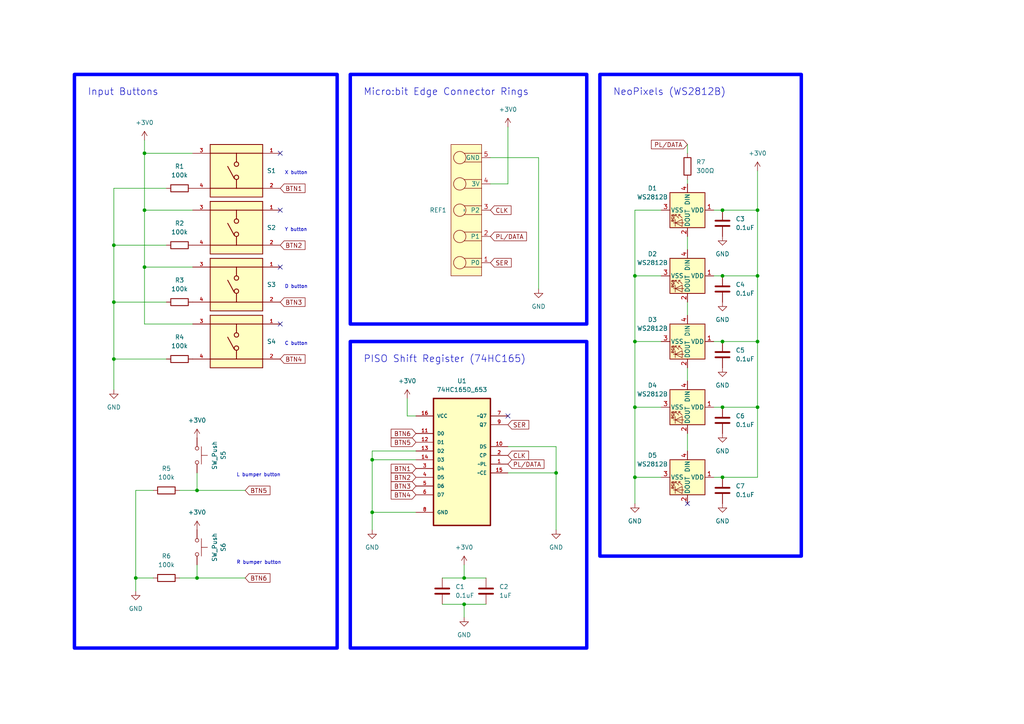
<source format=kicad_sch>
(kicad_sch (version 20231120) (generator "eeschema") (generator_version "8.0")
  (paper "A4")
  (title_block (title "Micro:bit SMT soldering kit (with bumpers)") (date "2024-05-23") (rev "v1.3") (company "Aron Eggens"))
  (lib_symbols
    (symbol "74HC165D_653:74HC165D_653" (pin_names (offset 1.016))
      (property "Reference" "U" (at -12.7 22.86 0))
      (property "Value" "74HC165D_653" (at -11.43 -19.05 0))
      (symbol "74HC165D_653_0_0"
        (rectangle (start -12.7 21.59) (end 3.81 -15.24) (stroke (width 0.4064)) (fill (type background)))
        (pin input line (at 8.89 2.54 180) (length 5.08) (name "~PL") (number "1"))
        (pin input line (at 8.89 7.62 180) (length 5.08) (name "DS") (number "10"))
        (pin input line (at -17.78 11.43 0) (length 5.08) (name "D0") (number "11"))
        (pin input line (at -17.78 8.89 0) (length 5.08) (name "D1") (number "12"))
        (pin input line (at -17.78 6.35 0) (length 5.08) (name "D2") (number "13"))
        (pin input line (at -17.78 3.81 0) (length 5.08) (name "D3") (number "14"))
        (pin input line (at 8.89 0 180) (length 5.08) (name "~CE") (number "15"))
        (pin power_in line (at -17.78 16.51 0) (length 5.08) (name "VCC") (number "16"))
        (pin input line (at 8.89 5.08 180) (length 5.08) (name "CP") (number "2"))
        (pin input line (at -17.78 1.27 0) (length 5.08) (name "D4") (number "3"))
        (pin input line (at -17.78 -1.27 0) (length 5.08) (name "D5") (number "4"))
        (pin input line (at -17.78 -3.81 0) (length 5.08) (name "D6") (number "5"))
        (pin input line (at -17.78 -6.35 0) (length 5.08) (name "D7") (number "6"))
        (pin output line (at 8.89 16.51 180) (length 5.08) (name "~Q7") (number "7"))
        (pin passive line (at -17.78 -11.43 0) (length 5.08) (name "GND") (number "8"))
        (pin output line (at 8.89 13.97 180) (length 5.08) (name "Q7") (number "9"))
      )
    )
    (symbol "Device:C" (pin_numbers hide) (pin_names (offset 0.254))
      (property "Reference" "C" (at 0.635 2.54 0))
      (property "Value" "C" (at 0.635 -2.54 0))
      (symbol "C_0_1"
        (polyline (pts (xy -2.032 -0.762) (xy 2.032 -0.762)) (stroke (width 0.508)))
        (polyline (pts (xy -2.032 0.762) (xy 2.032 0.762)) (stroke (width 0.508)))
      )
      (symbol "C_1_1"
        (pin passive line (at 0 3.81 270) (length 2.794) (name "~") (number "1"))
        (pin passive line (at 0 -3.81 90) (length 2.794) (name "~") (number "2"))
      )
    )
    (symbol "Device:R" (pin_numbers hide) (pin_names (offset 0))
      (property "Reference" "R" (at 2.032 0 90))
      (property "Value" "R" (at 0 0 90))
      (symbol "R_0_1"
        (rectangle (start -1.016 -2.54) (end 1.016 2.54) (stroke (width 0.254)))
      )
      (symbol "R_1_1"
        (pin passive line (at 0 3.81 270) (length 1.27) (name "~") (number "1"))
        (pin passive line (at 0 -3.81 90) (length 1.27) (name "~") (number "2"))
      )
    )
    (symbol "LED:WS2812B" (pin_names (offset 0.254))
      (property "Reference" "D" (at 5.08 5.715 0))
      (property "Value" "WS2812B" (at 1.27 -5.715 0))
      (symbol "WS2812B_0_0"
        (text "RGB" (at 2.286 -4.191 0) (effects (font (size 0.762 0.762))))
      )
      (symbol "WS2812B_0_1"
        (polyline (pts (xy 1.27 -3.556) (xy 1.778 -3.556)))
        (polyline (pts (xy 1.27 -2.54) (xy 1.778 -2.54)))
        (polyline (pts (xy 4.699 -3.556) (xy 2.667 -3.556)))
        (polyline (pts (xy 2.286 -2.54) (xy 1.27 -3.556) (xy 1.27 -3.048)))
        (polyline (pts (xy 2.286 -1.524) (xy 1.27 -2.54) (xy 1.27 -2.032)))
        (polyline (pts (xy 3.683 -1.016) (xy 3.683 -3.556) (xy 3.683 -4.064)))
        (polyline (pts (xy 4.699 -1.524) (xy 2.667 -1.524) (xy 3.683 -3.556) (xy 4.699 -1.524)))
        (rectangle (start 5.08 5.08) (end -5.08 -5.08) (stroke (width 0.254)) (fill (type background)))
      )
      (symbol "WS2812B_1_1"
        (pin power_in line (at 0 7.62 270) (length 2.54) (name "VDD") (number "1"))
        (pin output line (at 7.62 0 180) (length 2.54) (name "DOUT") (number "2"))
        (pin power_in line (at 0 -7.62 90) (length 2.54) (name "VSS") (number "3"))
        (pin input line (at -7.62 0 0) (length 2.54) (name "DIN") (number "4"))
      )
    )
    (symbol "Microbit_accessory:expansion_connector"
      (property "Reference" "REF**" (at -22.86 5.08 0))
      (symbol "expansion_connector_0_1"
        (circle (center -15.24 2.54) (radius 1.7961))
        (circle (center -7.62 2.54) (radius 1.7961))
        (polyline (pts (xy -16.51 -3.81) (xy -16.51 1.27)))
        (polyline (pts (xy -13.97 1.27) (xy -13.97 -3.81)))
        (polyline (pts (xy -8.89 -3.81) (xy -8.89 1.27)))
        (polyline (pts (xy -6.35 1.27) (xy -6.35 -3.81)))
        (polyline (pts (xy -1.27 -3.81) (xy -1.27 1.27)))
        (polyline (pts (xy 1.27 1.27) (xy 1.27 -3.81)))
        (polyline (pts (xy 6.35 1.27) (xy 6.35 -3.81)))
        (polyline (pts (xy 8.89 -3.81) (xy 8.89 1.27)))
        (polyline (pts (xy 13.97 1.27) (xy 13.97 -3.81)))
        (polyline (pts (xy 16.51 1.27) (xy 16.51 -3.81)))
        (circle (center 0 2.54) (radius 1.7961))
        (circle (center 7.62 2.54) (radius 1.7961))
        (circle (center 15.24 2.54) (radius 1.7961))
      )
      (symbol "expansion_connector_1_1"
        (rectangle (start -19.05 5.08) (end 19.05 -3.81) (fill (type background)))
        (pin bidirectional line (at -15.24 -6.35 90) (length 2.54) (name "P0") (number "1"))
        (pin bidirectional line (at -7.62 -6.35 90) (length 2.54) (name "P1") (number "2"))
        (pin bidirectional line (at 0 -6.35 90) (length 2.54) (name "P2") (number "3"))
        (pin power_out line (at 7.62 -6.35 90) (length 2.54) (name "3V") (number "4"))
        (pin power_out line (at 15.24 -6.35 90) (length 2.54) (name "GND") (number "5"))
      )
    )
    (symbol "Switch:SW_Push" (pin_numbers hide) (pin_names (offset 1.016) hide)
      (property "Reference" "SW" (at 1.27 2.54 0))
      (property "Value" "SW_Push" (at 0 -1.524 0))
      (symbol "SW_Push_0_1"
        (circle (center -2.032 0) (radius 0.508))
        (polyline (pts (xy 0 1.27) (xy 0 3.048)))
        (polyline (pts (xy 2.54 1.27) (xy -2.54 1.27)))
        (circle (center 2.032 0) (radius 0.508))
        (pin passive line (at -5.08 0 0) (length 2.54) (name "1") (number "1"))
        (pin passive line (at 5.08 0 180) (length 2.54) (name "2") (number "2"))
      )
    )
    (symbol "TS04-66-95-BK-100-SMT:TS04-66-95-BK-100-SMT" (pin_names (offset 1.016))
      (property "Reference" "S" (at -7.62 8.382 0))
      (property "Value" "TS04-66-95-BK-100-SMT" (at -7.62 -8.382 0))
      (symbol "TS04-66-95-BK-100-SMT_0_0"
        (rectangle (start -7.62 -7.62) (end 7.62 7.62) (stroke (width 0.254)) (fill (type background)))
        (circle (center 0 -1.905) (radius 0.635) (stroke (width 0.254)))
        (polyline (pts (xy 0 -5.08) (xy -7.62 -5.08)) (stroke (width 0.254)))
        (polyline (pts (xy 0 -5.08) (xy 7.62 -5.08)) (stroke (width 0.254)))
        (polyline (pts (xy 0 -2.54) (xy 0 -5.08)) (stroke (width 0.254)))
        (polyline (pts (xy 0 5.08) (xy -7.62 5.08)) (stroke (width 0.254)))
        (polyline (pts (xy 0 5.08) (xy 0 2.54)) (stroke (width 0.254)))
        (polyline (pts (xy 0 5.08) (xy 7.62 5.08)) (stroke (width 0.254)))
        (polyline (pts (xy 0.635 -2.2225) (xy 2.54 1.27)) (stroke (width 0.254)))
        (circle (center 0 1.905) (radius 0.635) (stroke (width 0.254)))
        (pin passive line (at -12.7 5.08 0) (length 5.08) (name "~") (number "1"))
        (pin passive line (at -12.7 -5.08 0) (length 5.08) (name "~") (number "2"))
        (pin passive line (at 12.7 5.08 180) (length 5.08) (name "~") (number "3"))
        (pin passive line (at 12.7 -5.08 180) (length 5.08) (name "~") (number "4"))
      )
    )
    (symbol "power:+3V0" (power) (pin_names (offset 0))
      (property "Value" "+3V0" (at 0 3.556 0))
      (symbol "+3V0_0_1"
        (polyline (pts (xy -0.762 1.27) (xy 0 2.54)))
        (polyline (pts (xy 0 0) (xy 0 2.54)))
        (polyline (pts (xy 0 2.54) (xy 0.762 1.27)))
      )
      (symbol "+3V0_1_1"
        (pin power_in line (at 0 0 90) (length 0) hide (name "+3V0") (number "1"))
      )
    )
    (symbol "power:GND" (power) (pin_names (offset 0))
      (property "Value" "GND" (at 0 -3.81 0))
      (symbol "GND_0_1"
        (polyline (pts (xy 0 0) (xy 0 -1.27) (xy 1.27 -1.27) (xy 0 -2.54) (xy -1.27 -1.27) (xy 0 -1.27)))
      )
      (symbol "GND_1_1"
        (pin power_in line (at 0 0 270) (length 0) hide (name "GND") (number "1"))
      )
    )
  )
  (junction (at 39.37 167.64))
  (junction (at 184.15 99.06))
  (junction (at 209.55 80.01))
  (junction (at 209.55 99.06))
  (junction (at 219.71 80.01))
  (junction (at 57.15 167.64))
  (junction (at 107.95 133.35))
  (junction (at 33.02 104.14))
  (junction (at 184.15 138.43))
  (junction (at 209.55 138.43))
  (junction (at 107.95 148.59))
  (junction (at 41.91 44.45))
  (junction (at 41.91 60.96))
  (junction (at 161.29 137.16))
  (junction (at 184.15 118.11))
  (junction (at 33.02 87.63))
  (junction (at 134.62 167.64))
  (junction (at 219.71 99.06))
  (junction (at 184.15 80.01))
  (junction (at 41.91 77.47))
  (junction (at 219.71 60.96))
  (junction (at 33.02 71.12))
  (junction (at 134.62 175.26))
  (junction (at 219.71 118.11))
  (junction (at 209.55 118.11))
  (junction (at 57.15 142.24))
  (junction (at 209.55 60.96))
  (no_connect (at 81.28 60.96))
  (no_connect (at 81.28 77.47))
  (no_connect (at 199.39 146.05))
  (no_connect (at 81.28 44.45))
  (no_connect (at 147.32 120.65))
  (no_connect (at 81.28 93.98))
  (wire (pts (xy 207.01 118.11) (xy 209.55 118.11)))
  (wire (pts (xy 134.62 163.83) (xy 134.62 167.64)))
  (wire (pts (xy 209.55 118.11) (xy 219.71 118.11)))
  (wire (pts (xy 184.15 80.01) (xy 184.15 99.06)))
  (wire (pts (xy 134.62 175.26) (xy 140.97 175.26)))
  (wire (pts (xy 209.55 99.06) (xy 219.71 99.06)))
  (wire (pts (xy 219.71 60.96) (xy 219.71 80.01)))
  (wire (pts (xy 33.02 71.12) (xy 33.02 87.63)))
  (wire (pts (xy 156.21 45.72) (xy 156.21 83.82)))
  (wire (pts (xy 184.15 118.11) (xy 191.77 118.11)))
  (wire (pts (xy 184.15 60.96) (xy 184.15 80.01)))
  (wire (pts (xy 207.01 99.06) (xy 209.55 99.06)))
  (wire (pts (xy 147.32 53.34) (xy 147.32 36.83)))
  (wire (pts (xy 184.15 99.06) (xy 191.77 99.06)))
  (wire (pts (xy 199.39 68.58) (xy 199.39 72.39)))
  (wire (pts (xy 33.02 104.14) (xy 33.02 113.03)))
  (wire (pts (xy 184.15 138.43) (xy 184.15 146.05)))
  (wire (pts (xy 55.88 60.96) (xy 41.91 60.96)))
  (wire (pts (xy 57.15 163.83) (xy 57.15 167.64)))
  (wire (pts (xy 107.95 133.35) (xy 120.65 133.35)))
  (wire (pts (xy 147.32 137.16) (xy 161.29 137.16)))
  (wire (pts (xy 209.55 80.01) (xy 219.71 80.01)))
  (wire (pts (xy 134.62 167.64) (xy 128.27 167.64)))
  (wire (pts (xy 41.91 60.96) (xy 41.91 77.47)))
  (wire (pts (xy 142.24 45.72) (xy 156.21 45.72)))
  (wire (pts (xy 39.37 167.64) (xy 39.37 171.45)))
  (wire (pts (xy 142.24 53.34) (xy 147.32 53.34)))
  (wire (pts (xy 52.07 142.24) (xy 57.15 142.24)))
  (wire (pts (xy 41.91 44.45) (xy 41.91 60.96)))
  (wire (pts (xy 199.39 52.07) (xy 199.39 53.34)))
  (wire (pts (xy 57.15 167.64) (xy 71.12 167.64)))
  (wire (pts (xy 199.39 41.91) (xy 199.39 44.45)))
  (wire (pts (xy 161.29 129.54) (xy 161.29 137.16)))
  (wire (pts (xy 199.39 87.63) (xy 199.39 91.44)))
  (wire (pts (xy 44.45 167.64) (xy 39.37 167.64)))
  (wire (pts (xy 41.91 77.47) (xy 41.91 93.98)))
  (wire (pts (xy 120.65 120.65) (xy 118.11 120.65)))
  (wire (pts (xy 55.88 77.47) (xy 41.91 77.47)))
  (wire (pts (xy 209.55 60.96) (xy 219.71 60.96)))
  (wire (pts (xy 199.39 125.73) (xy 199.39 130.81)))
  (wire (pts (xy 134.62 175.26) (xy 134.62 179.07)))
  (wire (pts (xy 184.15 60.96) (xy 191.77 60.96)))
  (wire (pts (xy 55.88 93.98) (xy 41.91 93.98)))
  (wire (pts (xy 147.32 129.54) (xy 161.29 129.54)))
  (wire (pts (xy 118.11 120.65) (xy 118.11 115.57)))
  (wire (pts (xy 57.15 137.16) (xy 57.15 142.24)))
  (wire (pts (xy 44.45 142.24) (xy 39.37 142.24)))
  (wire (pts (xy 48.26 54.61) (xy 33.02 54.61)))
  (wire (pts (xy 161.29 137.16) (xy 161.29 153.67)))
  (wire (pts (xy 219.71 49.53) (xy 219.71 60.96)))
  (wire (pts (xy 209.55 138.43) (xy 219.71 138.43)))
  (wire (pts (xy 128.27 175.26) (xy 134.62 175.26)))
  (wire (pts (xy 207.01 138.43) (xy 209.55 138.43)))
  (wire (pts (xy 48.26 87.63) (xy 33.02 87.63)))
  (wire (pts (xy 41.91 40.64) (xy 41.91 44.45)))
  (wire (pts (xy 107.95 133.35) (xy 107.95 148.59)))
  (wire (pts (xy 33.02 54.61) (xy 33.02 71.12)))
  (wire (pts (xy 207.01 60.96) (xy 209.55 60.96)))
  (wire (pts (xy 134.62 167.64) (xy 140.97 167.64)))
  (wire (pts (xy 184.15 118.11) (xy 184.15 138.43)))
  (wire (pts (xy 120.65 148.59) (xy 107.95 148.59)))
  (wire (pts (xy 48.26 71.12) (xy 33.02 71.12)))
  (wire (pts (xy 199.39 106.68) (xy 199.39 110.49)))
  (wire (pts (xy 55.88 44.45) (xy 41.91 44.45)))
  (wire (pts (xy 33.02 87.63) (xy 33.02 104.14)))
  (wire (pts (xy 107.95 130.81) (xy 120.65 130.81)))
  (wire (pts (xy 48.26 104.14) (xy 33.02 104.14)))
  (wire (pts (xy 107.95 130.81) (xy 107.95 133.35)))
  (wire (pts (xy 184.15 99.06) (xy 184.15 118.11)))
  (wire (pts (xy 184.15 80.01) (xy 191.77 80.01)))
  (wire (pts (xy 57.15 142.24) (xy 71.12 142.24)))
  (wire (pts (xy 107.95 148.59) (xy 107.95 153.67)))
  (wire (pts (xy 52.07 167.64) (xy 57.15 167.64)))
  (wire (pts (xy 219.71 99.06) (xy 219.71 118.11)))
  (wire (pts (xy 207.01 80.01) (xy 209.55 80.01)))
  (wire (pts (xy 219.71 80.01) (xy 219.71 99.06)))
  (wire (pts (xy 219.71 118.11) (xy 219.71 138.43)))
  (wire (pts (xy 184.15 138.43) (xy 191.77 138.43)))
  (wire (pts (xy 39.37 142.24) (xy 39.37 167.64)))
  (rectangle (start 173.99 21.59) (end 232.41 161.29) (stroke (width 1) (color 0 0 255 0.15)))
  (rectangle (start 21.59 21.59) (end 97.79 187.96) (stroke (width 1) (color 0 0 255 0.15)))
  (rectangle (start 101.6 99.06) (end 170.18 187.96) (stroke (width 1) (color 0 0 255 0.15)))
  (rectangle (start 101.6 21.59) (end 170.18 93.98) (stroke (width 1) (color 0 0 255 0.15)))
  (text "D button" (at 82.55 83.82 0) (effects (font (size 1 1)) (justify left bottom)))
  (text "NeoPixels (WS2812B)\n" (at 177.8 27.94 0) (effects (font (size 2 2)) (justify left bottom)))
  (text "C button" (at 82.55 100.33 0) (effects (font (size 1 1)) (justify left bottom)))
  (text "Input Buttons" (at 25.4 27.94 0) (effects (font (size 2 2)) (justify left bottom)))
  (text "Y button" (at 82.55 67.31 0) (effects (font (size 1 1)) (justify left bottom)))
  (text "L bumper button" (at 68.58 138.43 0) (effects (font (size 1 1)) (justify left bottom)))
  (text "X button" (at 82.55 50.8 0) (effects (font (size 1 1)) (justify left bottom)))
  (text "R bumper button" (at 68.58 163.83 0) (effects (font (size 1 1)) (justify left bottom)))
  (text "Micro:bit Edge Connector Rings\n" (at 105.41 27.94 0) (effects (font (size 2 2)) (justify left bottom)))
  (text "PISO Shift Register (74HC165)" (at 105.41 105.41 0) (effects (font (size 2 2)) (justify left bottom)))
  (global_label "BTN6" (shape input) (at 71.12 167.64 0) (property "Intersheetrefs" "${INTERSHEET_REFS}" (effects (hide yes))))
  (global_label "SER" (shape input) (at 147.32 123.19 0) (property "Intersheetrefs" "${INTERSHEET_REFS}" (effects (hide yes))))
  (global_label "BTN3" (shape input) (at 120.65 140.97 180) (property "Intersheetrefs" "${INTERSHEET_REFS}" (effects (hide yes))))
  (global_label "CLK" (shape input) (at 147.32 132.08 0) (property "Intersheetrefs" "${INTERSHEET_REFS}" (effects (hide yes))))
  (global_label "BTN1" (shape input) (at 120.65 135.89 180) (property "Intersheetrefs" "${INTERSHEET_REFS}" (effects (hide yes))))
  (global_label "BTN4" (shape input) (at 120.65 143.51 180) (property "Intersheetrefs" "${INTERSHEET_REFS}" (effects (hide yes))))
  (global_label "BTN2" (shape input) (at 120.65 138.43 180) (property "Intersheetrefs" "${INTERSHEET_REFS}" (effects (hide yes))))
  (global_label "PL{slash}DATA" (shape input) (at 199.39 41.91 180) (property "Intersheetrefs" "${INTERSHEET_REFS}" (effects (hide yes))))
  (global_label "SER" (shape input) (at 142.24 76.2 0) (property "Intersheetrefs" "${INTERSHEET_REFS}" (effects (hide yes))))
  (global_label "BTN1" (shape input) (at 81.28 54.61 0) (property "Intersheetrefs" "${INTERSHEET_REFS}" (effects (hide yes))))
  (global_label "PL{slash}DATA" (shape input) (at 147.32 134.62 0) (property "Intersheetrefs" "${INTERSHEET_REFS}" (effects (hide yes))))
  (global_label "BTN3" (shape input) (at 81.28 87.63 0) (property "Intersheetrefs" "${INTERSHEET_REFS}" (effects (hide yes))))
  (global_label "PL{slash}DATA" (shape input) (at 142.24 68.58 0) (property "Intersheetrefs" "${INTERSHEET_REFS}" (effects (hide yes))))
  (global_label "CLK" (shape input) (at 142.24 60.96 0) (property "Intersheetrefs" "${INTERSHEET_REFS}" (effects (hide yes))))
  (global_label "BTN2" (shape input) (at 81.28 71.12 0) (property "Intersheetrefs" "${INTERSHEET_REFS}" (effects (hide yes))))
  (global_label "BTN5" (shape input) (at 120.65 128.27 180) (property "Intersheetrefs" "${INTERSHEET_REFS}" (effects (hide yes))))
  (global_label "BTN4" (shape input) (at 81.28 104.14 0) (property "Intersheetrefs" "${INTERSHEET_REFS}" (effects (hide yes))))
  (global_label "BTN5" (shape input) (at 71.12 142.24 0) (property "Intersheetrefs" "${INTERSHEET_REFS}" (effects (hide yes))))
  (global_label "BTN6" (shape input) (at 120.65 125.73 180) (property "Intersheetrefs" "${INTERSHEET_REFS}" (effects (hide yes))))
  (symbol (lib_id "power:+3V0") (at 134.62 163.83 0) (unit 1)
    (property "Reference" "#PWR06" (effects (hide yes)))
    (property "Value" "+3V0" (at 134.62 158.75 0))
  )
  (symbol (lib_id "power:GND") (at 184.15 146.05 0) (unit 1)
    (property "Reference" "#PWR015" (effects (hide yes)))
    (property "Value" "GND" (at 184.15 151.13 0))
  )
  (symbol (lib_id "Device:R") (at 52.07 71.12 270) (mirror x) (unit 1)
    (property "Reference" "R2" (at 52.07 64.77 90))
    (property "Value" "100k" (at 52.07 67.31 90))
    (property "Footprint" "Resistor_SMD:R_1206_3216Metric_Pad1.30x1.75mm_HandSolder" (effects (hide yes)))
  )
  (symbol (lib_id "power:GND") (at 33.02 113.03 0) (mirror y) (unit 1)
    (property "Reference" "#PWR02" (effects (hide yes)))
    (property "Value" "GND" (at 33.02 118.11 0))
  )
  (symbol (lib_id "TS04-66-95-BK-100-SMT:TS04-66-95-BK-100-SMT") (at 68.58 66.04 0) (mirror y) (unit 1)
    (property "Reference" "S2" (at 78.74 66.04 0))
    (property "Value" "TS04-66-95-BK-100-SMT" (effects (hide yes)))
    (property "Footprint" "TS-1002S:SW_TS04-66-95-BK-100-SMT" (effects (hide yes)))
    (property "Description" "6 x 6 mm, 9.5 mm Actuator Height, 100 gf, Black, Surface Mount, SPST, Tactile Switch" (effects (hide yes)))
    (property "MF" "CUI Devices" (effects (hide yes)))
    (property "Package" "None" (effects (hide yes)))
    (property "Price" "None" (effects (hide yes)))
    (property "Check_prices" "https://www.snapeda.com/parts/TS04-66-95-BK-100-SMT/CUI+Devices/view-part/?ref=eda" (effects (hide yes)))
    (property "STANDARD" "Manufacturer Recommendations" (effects (hide yes)))
    (property "PARTREV" "1.0" (effects (hide yes)))
    (property "SnapEDA_Link" "https://www.snapeda.com/parts/TS04-66-95-BK-100-SMT/CUI+Devices/view-part/?ref=snap" (effects (hide yes)))
    (property "MP" "TS04-66-95-BK-100-SMT" (effects (hide yes)))
    (property "CUI_purchase_URL" "https://www.cuidevices.com/product/switches/tactile-switches/ts04-66-95-bk-100-smt?utm_source=snapeda.com&utm_medium=referral&utm_campaign=snapedaBOM" (effects (hide yes)))
    (property "Availability" "In Stock" (effects (hide yes)))
    (property "MANUFACTURER" "CUI Devices" (effects (hide yes)))
  )
  (symbol (lib_id "power:GND") (at 209.55 68.58 0) (unit 1)
    (property "Reference" "#PWR08" (effects (hide yes)))
    (property "Value" "GND" (at 209.55 73.66 0))
  )
  (symbol (lib_id "Switch:SW_Push") (at 57.15 132.08 270) (unit 1)
    (property "Reference" "S5" (at 64.77 132.08 0))
    (property "Value" "SW_Push" (at 62.23 132.08 0))
    (property "Footprint" "TS-1037:TS-1037_right_angle" (effects (hide yes)))
  )
  (symbol (lib_id "Device:C") (at 209.55 64.77 0) (unit 1)
    (property "Reference" "C3" (at 213.36 63.5 0) (effects (justify left)))
    (property "Value" "0.1uF" (at 213.36 66.04 0) (effects (justify left)))
    (property "Footprint" "Capacitor_SMD:C_1206_3216Metric_Pad1.33x1.80mm_HandSolder" (effects (hide yes)))
  )
  (symbol (lib_id "power:+3V0") (at 118.11 115.57 0) (unit 1)
    (property "Reference" "#PWR03" (effects (hide yes)))
    (property "Value" "+3V0" (at 118.11 110.49 0))
  )
  (symbol (lib_id "Switch:SW_Push") (at 57.15 158.75 270) (unit 1)
    (property "Reference" "S6" (at 64.77 158.75 0))
    (property "Value" "SW_Push" (at 62.23 158.75 0))
    (property "Footprint" "TS-1037:TS-1037_right_angle" (effects (hide yes)))
  )
  (symbol (lib_id "74HC165D_653:74HC165D_653") (at 138.43 137.16 0) (unit 1)
    (property "Reference" "U1" (at 133.985 110.49 0))
    (property "Value" "74HC165D_653" (at 133.985 113.03 0))
    (property "Footprint" "74HC165:SOIC127P600X175-16N" (effects (hide yes)))
    (property "Description" "\nShift Shift Register 1 Element 8 Bit 16-SO\n" (effects (hide yes)))
    (property "MF" "Nexperia USA" (effects (hide yes)))
    (property "PACKAGE" "SOIC-16" (effects (hide yes)))
    (property "MPN" "74HC165D,653" (effects (hide yes)))
    (property "Package" "SO-16 Nexperia USA Inc." (effects (hide yes)))
    (property "OC_FARNELL" "1826838" (effects (hide yes)))
    (property "SnapEDA_Link" "https://www.snapeda.com/parts/74HC165D,653/Nexperia/view-part/?ref=snap" (effects (hide yes)))
    (property "MP" "74HC165D,653" (effects (hide yes)))
    (property "Purchase-URL" "https://www.snapeda.com/api/url_track_click_mouser/?unipart_id=32545&manufacturer=Nexperia USA&part_name=74HC165D,653&search_term=74hc165" (effects (hide yes)))
    (property "SUPPLIER" "NXP Semiconductors" (effects (hide yes)))
    (property "OC_NEWARK" "78R6257" (effects (hide yes)))
    (property "RS_Components_1707987_Purchase_URL" "https://www.snapeda.com/api/url_track_click/https%253A//uk.rs-online.com/web/p/counter-ics/1707987//%253Futm_campaign%253Dbuynow%2526utm_medium%253Daggregator%2526utm_source%253Dsnapeda%2526cm_mmc%253Daff-_-uk-_-snapeda-_-1707987/?unipart_id=32545&manufacturer=Nexperia USA&part_name=74HC165D,653&search_term=74hc165" (effects (hide yes)))
    (property "Check_prices" "https://www.snapeda.com/parts/74HC165D,653/Nexperia/view-part/?ref=eda" (effects (hide yes)))
  )
  (symbol (lib_id "Device:C") (at 140.97 171.45 180) (unit 1)
    (property "Reference" "C2" (at 144.78 170.18 0) (effects (justify right)))
    (property "Value" "1uF" (at 144.78 172.72 0) (effects (justify right)))
    (property "Footprint" "Capacitor_SMD:C_1206_3216Metric_Pad1.33x1.80mm_HandSolder" (effects (hide yes)))
  )
  (symbol (lib_id "power:+3V0") (at 57.15 127 0) (unit 1)
    (property "Reference" "#PWR017" (effects (hide yes)))
    (property "Value" "+3V0" (at 57.15 121.92 0))
  )
  (symbol (lib_id "power:GND") (at 39.37 171.45 0) (unit 1)
    (property "Reference" "#PWR019" (effects (hide yes)))
    (property "Value" "GND" (at 39.37 176.53 0))
  )
  (symbol (lib_id "Microbit_accessory:expansion_connector") (at 135.89 60.96 90) (unit 1)
    (property "Reference" "REF1" (at 129.54 60.96 90) (effects (justify left)))
    (property "Value" "~" (at 134.62 60.96 0))
    (property "Footprint" "Connector_Microbit_Edge:Edge_Connector_Rings" (effects (hide yes)))
  )
  (symbol (lib_id "LED:WS2812B") (at 199.39 99.06 270) (unit 1)
    (property "Reference" "D3" (at 189.23 92.71 90))
    (property "Value" "WS2812B" (at 189.23 95.25 90))
    (property "Footprint" "LED_SMD:LED_WS2812B_PLCC4_5.0x5.0mm_P3.2mm" (effects (hide yes)))
    (property "Datasheet" "https://cdn-shop.adafruit.com/datasheets/WS2812B.pdf" (effects (hide yes)))
  )
  (symbol (lib_id "TS04-66-95-BK-100-SMT:TS04-66-95-BK-100-SMT") (at 68.58 49.53 0) (mirror y) (unit 1)
    (property "Reference" "S1" (at 78.74 49.53 0))
    (property "Value" "TS04-66-95-BK-100-SMT" (effects (hide yes)))
    (property "Footprint" "TS-1002S:SW_TS04-66-95-BK-100-SMT" (effects (hide yes)))
    (property "Description" "6 x 6 mm, 9.5 mm Actuator Height, 100 gf, Black, Surface Mount, SPST, Tactile Switch" (effects (hide yes)))
    (property "MF" "CUI Devices" (effects (hide yes)))
    (property "Package" "None" (effects (hide yes)))
    (property "Price" "None" (effects (hide yes)))
    (property "Check_prices" "https://www.snapeda.com/parts/TS04-66-95-BK-100-SMT/CUI+Devices/view-part/?ref=eda" (effects (hide yes)))
    (property "STANDARD" "Manufacturer Recommendations" (effects (hide yes)))
    (property "PARTREV" "1.0" (effects (hide yes)))
    (property "SnapEDA_Link" "https://www.snapeda.com/parts/TS04-66-95-BK-100-SMT/CUI+Devices/view-part/?ref=snap" (effects (hide yes)))
    (property "MP" "TS04-66-95-BK-100-SMT" (effects (hide yes)))
    (property "CUI_purchase_URL" "https://www.cuidevices.com/product/switches/tactile-switches/ts04-66-95-bk-100-smt?utm_source=snapeda.com&utm_medium=referral&utm_campaign=snapedaBOM" (effects (hide yes)))
    (property "Availability" "In Stock" (effects (hide yes)))
    (property "MANUFACTURER" "CUI Devices" (effects (hide yes)))
  )
  (symbol (lib_id "power:GND") (at 209.55 106.68 0) (unit 1)
    (property "Reference" "#PWR013" (effects (hide yes)))
    (property "Value" "GND" (at 209.55 111.76 0))
  )
  (symbol (lib_id "Device:C") (at 209.55 102.87 0) (unit 1)
    (property "Reference" "C5" (at 213.36 101.6 0) (effects (justify left)))
    (property "Value" "0.1uF" (at 213.36 104.14 0) (effects (justify left)))
    (property "Footprint" "Capacitor_SMD:C_1206_3216Metric_Pad1.33x1.80mm_HandSolder" (effects (hide yes)))
  )
  (symbol (lib_id "Device:C") (at 209.55 142.24 0) (unit 1)
    (property "Reference" "C7" (at 213.36 140.97 0) (effects (justify left)))
    (property "Value" "0.1uF" (at 213.36 143.51 0) (effects (justify left)))
    (property "Footprint" "Capacitor_SMD:C_1206_3216Metric_Pad1.33x1.80mm_HandSolder" (effects (hide yes)))
  )
  (symbol (lib_id "power:GND") (at 209.55 87.63 0) (unit 1)
    (property "Reference" "#PWR012" (effects (hide yes)))
    (property "Value" "GND" (at 209.55 92.71 0))
  )
  (symbol (lib_id "Device:R") (at 52.07 104.14 270) (mirror x) (unit 1)
    (property "Reference" "R4" (at 52.07 97.79 90))
    (property "Value" "100k" (at 52.07 100.33 90))
    (property "Footprint" "Resistor_SMD:R_1206_3216Metric_Pad1.30x1.75mm_HandSolder" (effects (hide yes)))
  )
  (symbol (lib_id "Device:R") (at 199.39 48.26 0) (unit 1)
    (property "Reference" "R7" (at 201.93 46.99 0) (effects (justify left)))
    (property "Value" "300Ω" (at 201.93 49.53 0) (effects (justify left)))
    (property "Footprint" "Resistor_SMD:R_1206_3216Metric_Pad1.30x1.75mm_HandSolder" (effects (hide yes)))
  )
  (symbol (lib_id "Device:R") (at 48.26 142.24 90) (mirror x) (unit 1)
    (property "Reference" "R5" (at 48.26 135.89 90))
    (property "Value" "100k" (at 48.26 138.43 90))
    (property "Footprint" "Resistor_SMD:R_1206_3216Metric_Pad1.30x1.75mm_HandSolder" (effects (hide yes)))
  )
  (symbol (lib_id "TS04-66-95-BK-100-SMT:TS04-66-95-BK-100-SMT") (at 68.58 99.06 0) (mirror y) (unit 1)
    (property "Reference" "S4" (at 78.74 99.06 0))
    (property "Value" "TS04-66-95-BK-100-SMT" (effects (hide yes)))
    (property "Footprint" "TS-1002S:SW_TS04-66-95-BK-100-SMT" (effects (hide yes)))
    (property "Description" "6 x 6 mm, 9.5 mm Actuator Height, 100 gf, Black, Surface Mount, SPST, Tactile Switch" (effects (hide yes)))
    (property "MF" "CUI Devices" (effects (hide yes)))
    (property "Package" "None" (effects (hide yes)))
    (property "Price" "None" (effects (hide yes)))
    (property "Check_prices" "https://www.snapeda.com/parts/TS04-66-95-BK-100-SMT/CUI+Devices/view-part/?ref=eda" (effects (hide yes)))
    (property "STANDARD" "Manufacturer Recommendations" (effects (hide yes)))
    (property "PARTREV" "1.0" (effects (hide yes)))
    (property "SnapEDA_Link" "https://www.snapeda.com/parts/TS04-66-95-BK-100-SMT/CUI+Devices/view-part/?ref=snap" (effects (hide yes)))
    (property "MP" "TS04-66-95-BK-100-SMT" (effects (hide yes)))
    (property "CUI_purchase_URL" "https://www.cuidevices.com/product/switches/tactile-switches/ts04-66-95-bk-100-smt?utm_source=snapeda.com&utm_medium=referral&utm_campaign=snapedaBOM" (effects (hide yes)))
    (property "Availability" "In Stock" (effects (hide yes)))
    (property "MANUFACTURER" "CUI Devices" (effects (hide yes)))
  )
  (symbol (lib_id "power:+3V0") (at 41.91 40.64 0) (mirror y) (unit 1)
    (property "Reference" "#PWR01" (effects (hide yes)))
    (property "Value" "+3V0" (at 41.91 35.56 0))
  )
  (symbol (lib_id "power:GND") (at 156.21 83.82 0) (unit 1)
    (property "Reference" "#PWR011" (effects (hide yes)))
    (property "Value" "GND" (at 156.21 88.9 0))
  )
  (symbol (lib_id "Device:C") (at 209.55 121.92 0) (unit 1)
    (property "Reference" "C6" (at 213.36 120.65 0) (effects (justify left)))
    (property "Value" "0.1uF" (at 213.36 123.19 0) (effects (justify left)))
    (property "Footprint" "Capacitor_SMD:C_1206_3216Metric_Pad1.33x1.80mm_HandSolder" (effects (hide yes)))
  )
  (symbol (lib_id "power:GND") (at 107.95 153.67 0) (unit 1)
    (property "Reference" "#PWR04" (effects (hide yes)))
    (property "Value" "GND" (at 107.95 158.75 0))
  )
  (symbol (lib_id "power:GND") (at 209.55 146.05 0) (unit 1)
    (property "Reference" "#PWR016" (effects (hide yes)))
    (property "Value" "GND" (at 209.55 151.13 0))
  )
  (symbol (lib_id "LED:WS2812B") (at 199.39 138.43 270) (unit 1)
    (property "Reference" "D5" (at 189.23 132.08 90))
    (property "Value" "WS2812B" (at 189.23 134.62 90))
    (property "Footprint" "LED_SMD:LED_WS2812B_PLCC4_5.0x5.0mm_P3.2mm" (effects (hide yes)))
    (property "Datasheet" "https://cdn-shop.adafruit.com/datasheets/WS2812B.pdf" (effects (hide yes)))
  )
  (symbol (lib_id "Device:C") (at 128.27 171.45 180) (unit 1)
    (property "Reference" "C1" (at 132.08 170.18 0) (effects (justify right)))
    (property "Value" "0.1uF" (at 132.08 172.72 0) (effects (justify right)))
    (property "Footprint" "Capacitor_SMD:C_1206_3216Metric_Pad1.33x1.80mm_HandSolder" (effects (hide yes)))
  )
  (symbol (lib_id "LED:WS2812B") (at 199.39 118.11 270) (unit 1)
    (property "Reference" "D4" (at 189.23 111.76 90))
    (property "Value" "WS2812B" (at 189.23 114.3 90))
    (property "Footprint" "LED_SMD:LED_WS2812B_PLCC4_5.0x5.0mm_P3.2mm" (effects (hide yes)))
    (property "Datasheet" "https://cdn-shop.adafruit.com/datasheets/WS2812B.pdf" (effects (hide yes)))
  )
  (symbol (lib_id "TS04-66-95-BK-100-SMT:TS04-66-95-BK-100-SMT") (at 68.58 82.55 0) (mirror y) (unit 1)
    (property "Reference" "S3" (at 78.74 82.55 0))
    (property "Value" "TS04-66-95-BK-100-SMT" (effects (hide yes)))
    (property "Footprint" "TS-1002S:SW_TS04-66-95-BK-100-SMT" (effects (hide yes)))
    (property "Description" "6 x 6 mm, 9.5 mm Actuator Height, 100 gf, Black, Surface Mount, SPST, Tactile Switch" (effects (hide yes)))
    (property "MF" "CUI Devices" (effects (hide yes)))
    (property "Package" "None" (effects (hide yes)))
    (property "Price" "None" (effects (hide yes)))
    (property "Check_prices" "https://www.snapeda.com/parts/TS04-66-95-BK-100-SMT/CUI+Devices/view-part/?ref=eda" (effects (hide yes)))
    (property "STANDARD" "Manufacturer Recommendations" (effects (hide yes)))
    (property "PARTREV" "1.0" (effects (hide yes)))
    (property "SnapEDA_Link" "https://www.snapeda.com/parts/TS04-66-95-BK-100-SMT/CUI+Devices/view-part/?ref=snap" (effects (hide yes)))
    (property "MP" "TS04-66-95-BK-100-SMT" (effects (hide yes)))
    (property "CUI_purchase_URL" "https://www.cuidevices.com/product/switches/tactile-switches/ts04-66-95-bk-100-smt?utm_source=snapeda.com&utm_medium=referral&utm_campaign=snapedaBOM" (effects (hide yes)))
    (property "Availability" "In Stock" (effects (hide yes)))
    (property "MANUFACTURER" "CUI Devices" (effects (hide yes)))
  )
  (symbol (lib_id "Device:R") (at 48.26 167.64 90) (mirror x) (unit 1)
    (property "Reference" "R6" (at 48.26 161.29 90))
    (property "Value" "100k" (at 48.26 163.83 90))
    (property "Footprint" "Resistor_SMD:R_1206_3216Metric_Pad1.30x1.75mm_HandSolder" (effects (hide yes)))
  )
  (symbol (lib_id "Device:C") (at 209.55 83.82 0) (unit 1)
    (property "Reference" "C4" (at 213.36 82.55 0) (effects (justify left)))
    (property "Value" "0.1uF" (at 213.36 85.09 0) (effects (justify left)))
    (property "Footprint" "Capacitor_SMD:C_1206_3216Metric_Pad1.33x1.80mm_HandSolder" (effects (hide yes)))
  )
  (symbol (lib_id "power:+3V0") (at 57.15 153.67 0) (unit 1)
    (property "Reference" "#PWR018" (effects (hide yes)))
    (property "Value" "+3V0" (at 57.15 148.59 0))
  )
  (symbol (lib_id "power:GND") (at 134.62 179.07 0) (unit 1)
    (property "Reference" "#PWR05" (effects (hide yes)))
    (property "Value" "GND" (at 134.62 184.15 0))
  )
  (symbol (lib_id "power:+3V0") (at 147.32 36.83 0) (unit 1)
    (property "Reference" "#PWR010" (effects (hide yes)))
    (property "Value" "+3V0" (at 147.32 31.75 0))
  )
  (symbol (lib_id "Device:R") (at 52.07 87.63 270) (mirror x) (unit 1)
    (property "Reference" "R3" (at 52.07 81.28 90))
    (property "Value" "100k" (at 52.07 83.82 90))
    (property "Footprint" "Resistor_SMD:R_1206_3216Metric_Pad1.30x1.75mm_HandSolder" (effects (hide yes)))
  )
  (symbol (lib_id "Device:R") (at 52.07 54.61 270) (mirror x) (unit 1)
    (property "Reference" "R1" (at 52.07 48.26 90))
    (property "Value" "100k" (at 52.07 50.8 90))
    (property "Footprint" "Resistor_SMD:R_1206_3216Metric_Pad1.30x1.75mm_HandSolder" (effects (hide yes)))
  )
  (symbol (lib_id "power:+3V0") (at 219.71 49.53 0) (unit 1)
    (property "Reference" "#PWR09" (effects (hide yes)))
    (property "Value" "+3V0" (at 219.71 44.45 0))
  )
  (symbol (lib_id "LED:WS2812B") (at 199.39 60.96 270) (unit 1)
    (property "Reference" "D1" (at 189.23 54.61 90))
    (property "Value" "WS2812B" (at 189.23 57.15 90))
    (property "Footprint" "LED_SMD:LED_WS2812B_PLCC4_5.0x5.0mm_P3.2mm" (effects (hide yes)))
    (property "Datasheet" "https://cdn-shop.adafruit.com/datasheets/WS2812B.pdf" (effects (hide yes)))
  )
  (symbol (lib_id "power:GND") (at 161.29 153.67 0) (unit 1)
    (property "Reference" "#PWR07" (effects (hide yes)))
    (property "Value" "GND" (at 161.29 158.75 0))
  )
  (symbol (lib_id "LED:WS2812B") (at 199.39 80.01 270) (unit 1)
    (property "Reference" "D2" (at 189.23 73.66 90))
    (property "Value" "WS2812B" (at 189.23 76.2 90))
    (property "Footprint" "LED_SMD:LED_WS2812B_PLCC4_5.0x5.0mm_P3.2mm" (effects (hide yes)))
    (property "Datasheet" "https://cdn-shop.adafruit.com/datasheets/WS2812B.pdf" (effects (hide yes)))
  )
  (symbol (lib_id "power:GND") (at 209.55 125.73 0) (unit 1)
    (property "Reference" "#PWR014" (effects (hide yes)))
    (property "Value" "GND" (at 209.55 130.81 0))
  )
)
</source>
